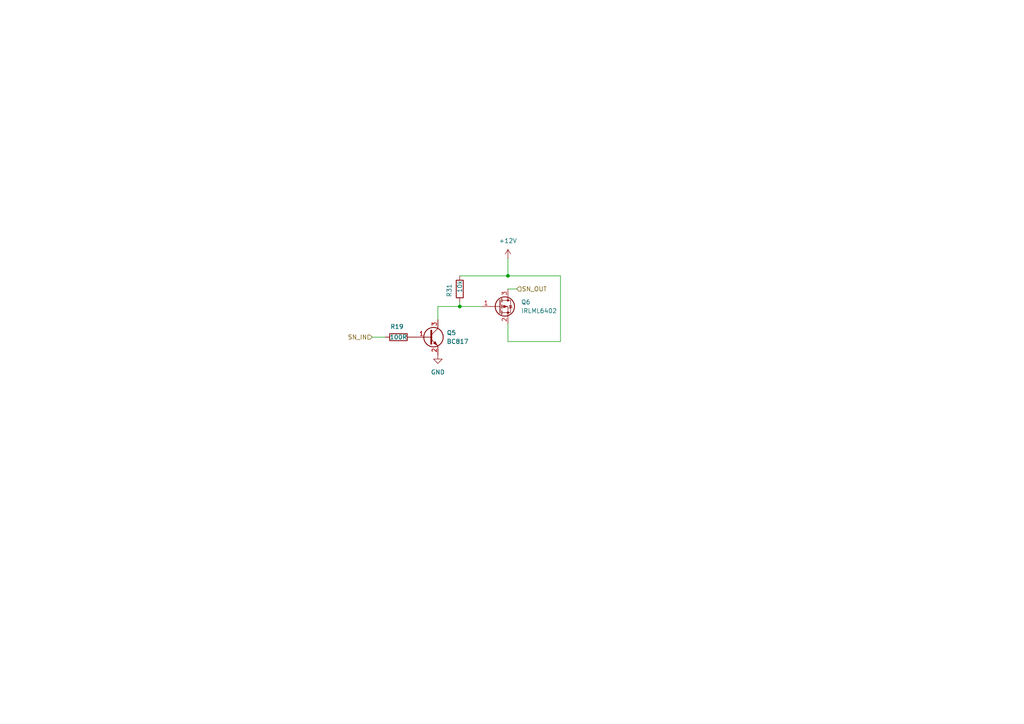
<source format=kicad_sch>
(kicad_sch (version 20250114) (generator "eeschema") (generator_version "9.0")
  (paper "A4")
  (lib_symbols
    (symbol "Device:R" (pin_numbers (hide yes)) (pin_names (offset 0))
      (property "Reference" "R" (at 2.032 0 90))
      (property "Value" "R" (at 0 0 90))
      (symbol "R_0_1"
        (rectangle (start -1.016 -2.54) (end 1.016 2.54) (stroke (width 0.254)))
      )
      (symbol "R_1_1"
        (pin passive line (at 0 3.81 270) (length 1.27) (name "~") (number "1"))
        (pin passive line (at 0 -3.81 90) (length 1.27) (name "~") (number "2"))
      )
    )
    (symbol "GND_1" (power) (pin_numbers (hide yes)) (pin_names (offset 0) (hide yes))
      (property "Value" "GND" (at 0 -3.81 0))
      (symbol "GND_1_0_1"
        (polyline (pts (xy 0 0) (xy 0 -1.27) (xy 1.27 -1.27) (xy 0 -2.54) (xy -1.27 -1.27) (xy 0 -1.27)))
      )
      (symbol "GND_1_1_1"
        (pin power_in line (at 0 0 270) (length 0) (name "~") (number "1"))
      )
    )
    (symbol "Transistor_BJT:BC817" (pin_names (offset 0) (hide yes))
      (property "Reference" "Q" (at 5.08 1.905 0))
      (property "Value" "BC817" (at 5.08 0 0))
      (symbol "BC817_0_1"
        (polyline (pts (xy 0.635 1.905) (xy 0.635 -1.905) (xy 0.635 -1.905)) (stroke (width 0.508)))
        (polyline (pts (xy 0.635 0.635) (xy 2.54 2.54)))
        (polyline (pts (xy 0.635 -0.635) (xy 2.54 -2.54) (xy 2.54 -2.54)))
        (circle (center 1.27 0) (radius 2.8194) (stroke (width 0.254)))
        (polyline (pts (xy 1.27 -1.778) (xy 1.778 -1.27) (xy 2.286 -2.286) (xy 1.27 -1.778) (xy 1.27 -1.778)) (fill (type outline)))
      )
      (symbol "BC817_1_1"
        (pin input line (at -5.08 0 0) (length 5.715) (name "B") (number "1"))
        (pin passive line (at 2.54 5.08 270) (length 2.54) (name "C") (number "3"))
        (pin passive line (at 2.54 -5.08 90) (length 2.54) (name "E") (number "2"))
      )
    )
    (symbol "Transistor_FET:IRLML6402" (pin_names (hide yes))
      (property "Reference" "Q" (at 5.08 1.905 0))
      (property "Value" "IRLML6402" (at 5.08 0 0))
      (symbol "IRLML6402_0_1"
        (polyline (pts (xy 0.254 1.905) (xy 0.254 -1.905)) (stroke (width 0.254)))
        (polyline (pts (xy 0.254 0) (xy -2.54 0)))
        (polyline (pts (xy 0.762 2.286) (xy 0.762 1.27)) (stroke (width 0.254)))
        (polyline (pts (xy 0.762 1.778) (xy 3.302 1.778) (xy 3.302 -1.778) (xy 0.762 -1.778)))
        (polyline (pts (xy 0.762 0.508) (xy 0.762 -0.508)) (stroke (width 0.254)))
        (polyline (pts (xy 0.762 -1.27) (xy 0.762 -2.286)) (stroke (width 0.254)))
        (circle (center 1.651 0) (radius 2.794) (stroke (width 0.254)))
        (polyline (pts (xy 2.286 0) (xy 1.27 0.381) (xy 1.27 -0.381) (xy 2.286 0)) (fill (type outline)))
        (polyline (pts (xy 2.54 2.54) (xy 2.54 1.778)))
        (circle (center 2.54 1.778) (radius 0.254) (fill (type outline)))
        (circle (center 2.54 -1.778) (radius 0.254) (fill (type outline)))
        (polyline (pts (xy 2.54 -2.54) (xy 2.54 0) (xy 0.762 0)))
        (polyline (pts (xy 2.794 -0.508) (xy 2.921 -0.381) (xy 3.683 -0.381) (xy 3.81 -0.254)))
        (polyline (pts (xy 3.302 -0.381) (xy 2.921 0.254) (xy 3.683 0.254) (xy 3.302 -0.381)))
      )
      (symbol "IRLML6402_1_1"
        (pin input line (at -5.08 0 0) (length 2.54) (name "G") (number "1"))
        (pin passive line (at 2.54 5.08 270) (length 2.54) (name "D") (number "3"))
        (pin passive line (at 2.54 -5.08 90) (length 2.54) (name "S") (number "2"))
      )
    )
    (symbol "power:+12V" (power) (pin_numbers (hide yes)) (pin_names (offset 0) (hide yes))
      (property "Value" "+12V" (at 0 3.556 0))
      (symbol "+12V_0_1"
        (polyline (pts (xy -0.762 1.27) (xy 0 2.54)))
        (polyline (pts (xy 0 2.54) (xy 0.762 1.27)))
        (polyline (pts (xy 0 0) (xy 0 2.54)))
      )
      (symbol "+12V_1_1"
        (pin power_in line (at 0 0 90) (length 0) (name "~") (number "1"))
      )
    )
  )
  (junction (at 147.32 80.01))
  (junction (at 133.35 88.9))
  (wire (pts (xy 127 88.9) (xy 133.35 88.9)))
  (wire (pts (xy 147.32 99.06) (xy 147.32 93.98)))
  (wire (pts (xy 162.56 80.01) (xy 147.32 80.01)))
  (wire (pts (xy 107.95 97.79) (xy 111.76 97.79)))
  (wire (pts (xy 147.32 99.06) (xy 162.56 99.06)))
  (wire (pts (xy 133.35 80.01) (xy 147.32 80.01)))
  (wire (pts (xy 162.56 99.06) (xy 162.56 80.01)))
  (wire (pts (xy 147.32 80.01) (xy 147.32 74.93)))
  (wire (pts (xy 133.35 88.9) (xy 139.7 88.9)))
  (wire (pts (xy 147.32 83.82) (xy 149.86 83.82)))
  (wire (pts (xy 133.35 87.63) (xy 133.35 88.9)))
  (wire (pts (xy 127 92.71) (xy 127 88.9)))
  (hierarchical_label "SN_OUT" (shape input) (at 149.86 83.82 0))
  (hierarchical_label "SN_IN" (shape input) (at 107.95 97.79 180))
  (symbol (lib_id "power:+12V") (at 147.32 74.93 0) (unit 1)
    (property "Reference" "#PWR02" (effects (hide yes)))
    (property "Value" "+12V" (at 147.32 69.85 0))
    (property "Description" "Power symbol creates a global label with name \"+12V\"" (effects (hide yes)))
    (instances (project "espio" (path "" (reference "#PWR06") (unit 1)) (path "" (reference "#PWR08") (unit 1)) (path "" (reference "#PWR04") (unit 1)) (path "" (reference "#PWR02") (unit 1))))
  )
  (symbol (lib_id "Transistor_BJT:BC817") (at 124.46 97.79 0) (unit 1)
    (property "Reference" "Q1" (at 129.54 96.5199 0) (effects (justify left)))
    (property "Value" "BC817" (at 129.54 99.0599 0) (effects (justify left)))
    (property "Footprint" "Package_TO_SOT_SMD:SOT-23" (effects (hide yes)))
    (property "Datasheet" "https://www.onsemi.com/pub/Collateral/BC818-D.pdf" (effects (hide yes)))
    (property "Description" "0.8A Ic, 45V Vce, NPN Transistor, SOT-23" (effects (hide yes)))
    (instances (project "espio" (path "" (reference "Q5") (unit 1)) (path "" (reference "Q7") (unit 1)) (path "" (reference "Q3") (unit 1)) (path "" (reference "Q1") (unit 1))))
  )
  (symbol (lib_name "GND_1") (lib_id "power:GND") (at 127 102.87 0) (unit 1)
    (property "Reference" "#PWR01" (effects (hide yes)))
    (property "Value" "GND" (at 127 107.95 0))
    (property "Description" "Power symbol creates a global label with name \"GND\" , ground" (effects (hide yes)))
    (instances (project "espio" (path "" (reference "#PWR05") (unit 1)) (path "" (reference "#PWR07") (unit 1)) (path "" (reference "#PWR03") (unit 1)) (path "" (reference "#PWR01") (unit 1))))
  )
  (symbol (lib_id "Transistor_FET:IRLML6402") (at 144.78 88.9 0) (unit 1)
    (property "Reference" "Q2" (at 151.13 87.6299 0) (effects (justify left)))
    (property "Value" "IRLML6402" (at 151.13 90.1699 0) (effects (justify left)))
    (property "Footprint" "Package_TO_SOT_SMD:SOT-23" (effects (hide yes)))
    (property "Datasheet" "https://www.infineon.com/dgdl/irlml6402pbf.pdf?fileId=5546d462533600a401535668d5c2263c" (effects (hide yes)))
    (property "Description" "-3.7A Id, -20V Vds, 65mOhm Rds, P-Channel HEXFET Power MOSFET, SOT-23" (effects (hide yes)))
    (instances (project "espio" (path "" (reference "Q6") (unit 1)) (path "" (reference "Q8") (unit 1)) (path "" (reference "Q4") (unit 1)) (path "" (reference "Q2") (unit 1))))
  )
  (symbol (lib_id "Device:R") (at 115.57 97.79 90) (unit 1)
    (property "Reference" "R1" (at 117.094 94.742 90) (effects (justify left)))
    (property "Value" "100R" (at 118.11 97.79 90) (effects (justify left)))
    (property "Footprint" "Resistor_SMD:R_0603_1608Metric" (effects (hide yes)))
    (instances (project "espio" (path "" (reference "R19") (unit 1)) (path "" (reference "R20") (unit 1)) (path "" (reference "R18") (unit 1)) (path "" (reference "R1") (unit 1))))
  )
  (symbol (lib_id "Device:R") (at 133.35 83.82 180) (unit 1)
    (property "Reference" "R29" (at 130.302 82.296 90) (effects (justify left)))
    (property "Value" "10k" (at 133.35 81.28 90) (effects (justify left)))
    (property "Footprint" "Resistor_SMD:R_0603_1608Metric" (effects (hide yes)))
    (instances (project "espio" (path "" (reference "R31") (unit 1)) (path "" (reference "R32") (unit 1)) (path "" (reference "R30") (unit 1)) (path "" (reference "R29") (unit 1))))
  )
)
</source>
